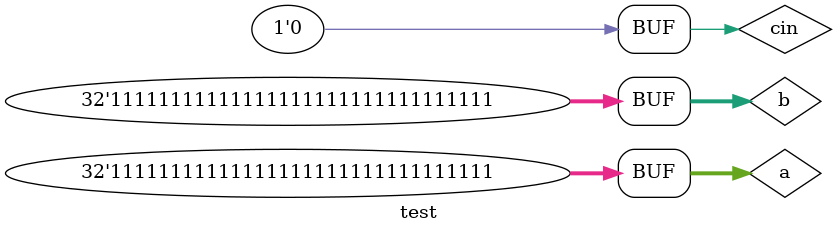
<source format=v>
`timescale 1ns / 1ps


module test;

	// Inputs
	reg [31:0] a;
	reg [31:0] b;
	reg cin;

	// Outputs
	wire cout;
	wire [31:0] s;

	// Instantiate the Unit Under Test (UUT)
	binary_adder_subtractor_32_bit uut (
		.cout(cout), 
		.s(s), 
		.a(a), 
		.b(b), 
		.cin(cin)
	);

	initial begin
		// Initialize Inputs
		a = 32'b 11111111111111111111111111111111;
		b = 32'b 11111111111111111111111111111111;
		cin = 0;

		// Wait 100 ns for global reset to finish
		#100;
        
		// Add stimulus here

	end
      
endmodule


</source>
